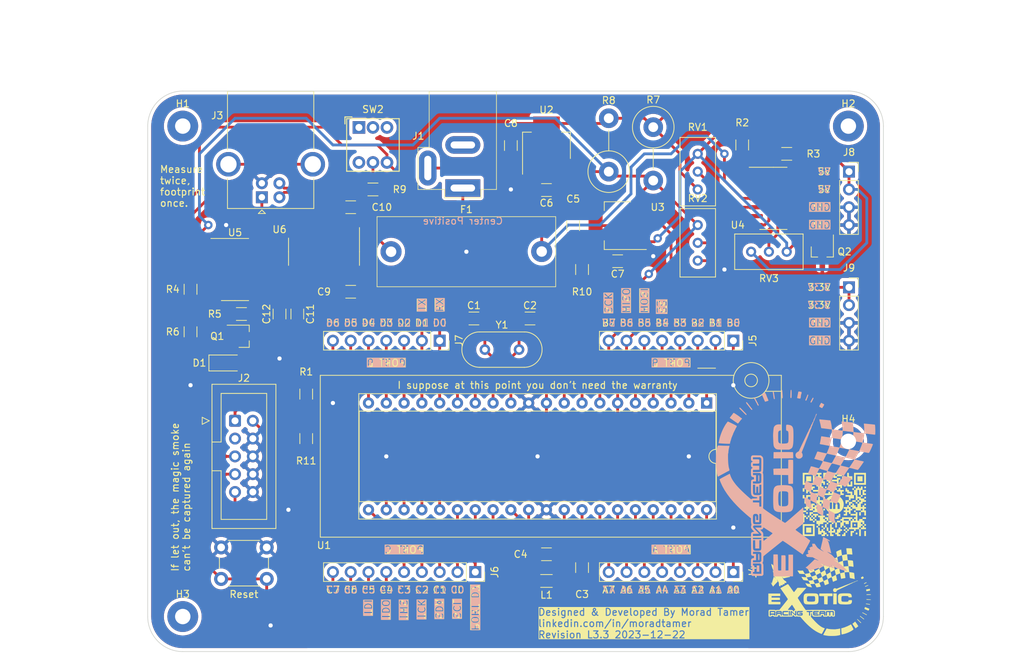
<source format=kicad_pcb>
(kicad_pcb (version 20221018) (generator pcbnew)
  (title_block (title "ATMEGA32A AVR Kit") (date "2023-12-22") (rev "L3.3") (company "Team Exotic") (comment 1 "Author: Morad Tamer"))
  (layers (0 "F.Cu" signal) (31 "B.Cu" signal) (34 "B.Paste" user) (35 "F.Paste" user) (36 "B.SilkS" user "B.Silkscreen") (37 "F.SilkS" user "F.Silkscreen") (38 "B.Mask" user) (39 "F.Mask" user) (44 "Edge.Cuts" user))
  (net 0 "")
  (net 1 "GND")
  (net 2 "Net-(U1-XTAL1)")
  (net 3 "Net-(U1-XTAL2)")
  (net 4 "Net-(U1-AREF)")
  (net 5 "Net-(U1-AVCC)")
  (net 6 "+5V_{OCP}")
  (net 7 "-V_{In}")
  (net 8 "+V_{In}")
  (net 9 "+3V3")
  (net 10 "Net-(U6-~{DTR})")
  (net 11 "/~{RESET}")
  (net 12 "Net-(U6-V3)")
  (net 13 "VBUS")
  (net 14 "Net-(D1-K)")
  (net 16 "/MOSI")
  (net 17 "+5V")
  (net 19 "/SCK")
  (net 20 "/MISO")
  (net 21 "/USB_D-")
  (net 22 "/USB_D+")
  (net 23 "unconnected-(J3-Shield-Pad5)")
  (net 24 "/PA0")
  (net 25 "/PA1")
  (net 26 "/PA2")
  (net 27 "/PA3")
  (net 28 "/PA4")
  (net 29 "/PA5")
  (net 30 "/PA6")
  (net 31 "/PA7")
  (net 32 "/PB0")
  (net 33 "/PB1")
  (net 34 "/PB2")
  (net 35 "/PB3")
  (net 36 "/~{SS}")
  (net 37 "/PC7")
  (net 38 "/PC6")
  (net 39 "/TDI")
  (net 40 "/TDO")
  (net 41 "/TMS")
  (net 42 "/TCK")
  (net 43 "/SDA")
  (net 44 "/SCL")
  (net 45 "/PD7")
  (net 46 "/RX <--")
  (net 47 "/TX -->")
  (net 48 "/PD2")
  (net 49 "/PD3")
  (net 50 "/PD4")
  (net 51 "/PD5")
  (net 52 "/PD6")
  (net 53 "Net-(Q1-G)")
  (net 54 "Net-(Q2-G)")
  (net 55 "Net-(U4B--)")
  (net 56 "Net-(U4A-+)")
  (net 57 "Net-(U4A--)")
  (net 58 "Net-(U4B-+)")
  (net 77 "Net-(U4D--)")
  (net 78 "Net-(U4D-+)")
  (net 82 "Net-(U5A--)")
  (net 86 "+5V_{NetTie}")
  (net 87 "Net-(R10-Pad1)")
  (net 88 "/Power Management Circuitry/V_{In} (Unfused)")
  (net 89 "Net-(SW2B-B)")
  (footprint "MountingHole:MountingHole_2.2mm_M2_Pad" (layer "F.Cu") (at 117 127)
    (fp_text reference "H3")
    (fp_text value "MountingHole")
  )
  (footprint "Capacitor_SMD:C_1206_3216Metric_Pad1.33x1.80mm_HandSolder" (layer "F.Cu") (at 140.97 80.645)
    (fp_text reference "C9")
    (fp_text value "100 nF")
  )
  (footprint "Capacitor_SMD:C_1206_3216Metric_Pad1.33x1.80mm_HandSolder" (layer "F.Cu") (at 172.72 71.205 -90)
    (fp_text reference "C5")
    (fp_text value "10 µF")
  )
  (footprint "Package_TO_SOT_SMD:SOT-23_Handsoldering" (layer "F.Cu") (at 208.28 74.93 -90)
    (fp_text reference "Q2")
    (fp_text value "SI2302")
  )
  (footprint "M's Library:Fuseholder_with_Cover_5x20mm_Horizontal" (layer "F.Cu") (at 157.48 74.93)
    (fp_text reference "F1")
    (fp_text value "Fuse")
  )
  (footprint "Resistor_SMD:R_1206_3216Metric_Pad1.30x1.75mm_HandSolder" (layer "F.Cu") (at 118.11 80.29 90)
    (fp_text reference "R4")
    (fp_text value "10 kΩ")
  )
  (footprint "Resistor_SMD:R_1206_3216Metric_Pad1.30x1.75mm_HandSolder" (layer "F.Cu") (at 203.2 60.96 180)
    (fp_text reference "R3")
    (fp_text value "330 kΩ")
  )
  (footprint "Capacitor_SMD:C_1206_3216Metric_Pad1.33x1.80mm_HandSolder" (layer "F.Cu") (at 133.35 83.82 -90)
    (fp_text reference "C11")
    (fp_text value "10 µF")
  )
  (footprint "Connector_PinSocket_2.54mm:PinSocket_1x09_P2.54mm_Vertical" (layer "F.Cu") (at 158.75 120.65 -90)
    (fp_text reference "J6")
    (fp_text value "Port C + D7")
  )
  (footprint "Package_TO_SOT_SMD:SOT-223-3_TabPin2" (layer "F.Cu") (at 179.07 71.205 180)
    (fp_text reference "U3")
    (fp_text value "AMS1117-3.3")
  )
  (footprint "Resistor_SMD:R_1206_3216Metric_Pad1.30x1.75mm_HandSolder" (layer "F.Cu") (at 125.375 83.82 180)
    (fp_text reference "R5")
    (fp_text value "10 kΩ")
  )
  (footprint "Package_SO:SOIC-14_3.9x8.7mm_P1.27mm" (layer "F.Cu") (at 124.46 77.47)
    (fp_text reference "U5")
    (fp_text value "LM339")
  )
  (footprint "Connector_PinSocket_2.54mm:PinSocket_1x08_P2.54mm_Vertical" (layer "F.Cu") (at 195.58 87.63 -90)
    (fp_text reference "J5")
    (fp_text value "Port B")
  )
  (footprint "Resistor_SMD:R_1206_3216Metric_Pad1.30x1.75mm_HandSolder" (layer "F.Cu") (at 144.145 66.04)
    (fp_text reference "R9")
    (fp_text value "0 Ω")
  )
  (footprint "MountingHole:MountingHole_2.2mm_M2_Pad" (layer "F.Cu") (at 212 102)
    (fp_text reference "H4")
    (fp_text value "MountingHole")
  )
  (footprint "LED_SMD:LED_1206_3216Metric_Pad1.42x1.75mm_HandSolder" (layer "F.Cu") (at 123.19 90.805)
    (fp_text reference "D1")
    (fp_text value "LED")
  )
  (footprint "Connector_PinSocket_2.54mm:PinSocket_1x04_P2.54mm_Vertical" (layer "F.Cu") (at 212.09 80.01)
    (fp_text reference "J9")
    (fp_text value "3.3 V Headers")
  )
  (footprint "Resistor_SMD:R_1206_3216Metric_Pad1.30x1.75mm_HandSolder" (layer "F.Cu") (at 134.62 95.25 90)
    (fp_text reference "R1")
    (fp_text value "10 kΩ")
  )
  (footprint "Potentiometer_THT:Potentiometer_Bourns_3296W_Vertical" (layer "F.Cu") (at 203.2 74.93)
    (fp_text reference "RV3")
    (fp_text value "10 kΩ")
  )
  (footprint "Potentiometer_THT:Potentiometer_Bourns_3296W_Vertical" (layer "F.Cu") (at 190.5 71.12 90)
    (fp_text reference "RV2")
    (fp_text value "10 kΩ")
  )
  (footprint "Resistor_SMD:R_1206_3216Metric_Pad1.30x1.75mm_HandSolder" (layer "F.Cu") (at 196.85 59.69 -90)
    (fp_text reference "R2")
    (fp_text value "10 kΩ")
  )
  (footprint "Capacitor_SMD:C_1206_3216Metric_Pad1.33x1.80mm_HandSolder" (layer "F.Cu") (at 166.5625 84.455)
    (fp_text reference "C2")
    (fp_text value "22 pF")
  )
  (footprint "Package_SO:SOIC-16_3.9x9.9mm_P1.27mm" (layer "F.Cu") (at 137.16 74.93 -90)
    (fp_text reference "U6")
    (fp_text value "CH340C")
  )
  (footprint "Package_TO_SOT_SMD:SOT-23_Handsoldering" (layer "F.Cu") (at 125.73 86.995)
    (fp_text reference "Q1")
    (fp_text value "AO3401A")
  )
  (footprint "Capacitor_SMD:C_1206_3216Metric_Pad1.33x1.80mm_HandSolder" (layer "F.Cu") (at 173.99 120.015 -90)
    (fp_text reference "C3")
    (fp_text value "100 nF")
  )
  (footprint "M's Library:USB_B_Connector_Horizontal" (layer "F.Cu") (at 128.29 67.1565 90)
    (fp_text reference "J3")
    (fp_text value "USB_B")
  )
  (footprint "Connector_PinSocket_2.54mm:PinSocket_1x07_P2.54mm_Vertical" (layer "F.Cu") (at 153.67 87.63 -90)
    (fp_text reference "J7")
    (fp_text value "Port D")
  )
  (footprint "Package_SO:SO-14_3.9x8.65mm_P1.27mm" (layer "F.Cu") (at 201.295 67.31)
    (fp_text reference "U4")
    (fp_text value "LM324")
  )
  (footprint "Capacitor_SMD:C_1206_3216Metric_Pad1.33x1.80mm_HandSolder" (layer "F.Cu") (at 140.97 68.58 180)
    (fp_text reference "C10")
    (fp_text value "100 nF")
  )
  (footprint "Capacitor_SMD:C_1206_3216Metric_Pad1.33x1.80mm_HandSolder" (layer "F.Cu") (at 163.83 59.775 -90)
    (fp_text reference "C8")
    (fp_text value "22 µF")
  )
  (footprint "M's Library:BarrelJack_Horizontal" (layer "F.Cu") (at 156.972 65.84 90)
    (fp_text reference "J1")
    (fp_text value "Barrel_Jack_Switch")
  )
  (footprint "Connector_PinSocket_2.54mm:PinSocket_1x04_P2.54mm_Vertical" (layer "F.Cu") (at 212.09 63.5)
    (fp_text reference "J8")
    (fp_text value "5V Headers")
  )
  (footprint "Connector_IDC:IDC-Header_2x05_P2.54mm_Vertical" (layer "F.Cu") (at 124.46 99.06)
    (fp_text reference "J2")
    (fp_text value "AVR-ISP-10")
  )
  (footprint "Resistor_SMD:R_1206_3216Metric_Pad1.30x1.75mm_HandSolder" (layer "F.Cu") (at 134.62 101.6 -90)
    (fp_text reference "R11")
    (fp_text value "0 Ω")
  )
  (footprint "Capacitor_SMD:C_1206_3216Metric_Pad1.33x1.80mm_HandSolder" (layer "F.Cu") (at 158.5575 84.455)
    (fp_text reference "C1")
    (fp_text value "22 pF")
  )
  (footprint "Capacitor_SMD:C_1206_3216Metric_Pad1.33x1.80mm_HandSolder" (layer "F.Cu") (at 168.91 66.125 180)
    (fp_text reference "C6")
    (fp_text value "10 µF")
  )
  (footprint "MountingHole:MountingHole_2.2mm_M2_Pad" (layer "F.Cu") (at 117 57)
    (fp_text reference "H1")
    (fp_text value "MountingHole")
  )
  (footprint "Capacitor_SMD:C_1206_3216Metric_Pad1.33x1.80mm_HandSolder" (layer "F.Cu") (at 130.81 83.82 90)
    (fp_text reference "C12")
    (fp_text value "100 nF")
  )
  (footprint "Resistor_SMD:R_1206_3216Metric_Pad1.30x1.75mm_HandSolder" (layer "F.Cu") (at 173.99 77.47 90)
    (fp_text reference "R10")
    (fp_text value "0 Ω")
  )
  (footprint "M's Library:SW_Push_DPDT_Toggle_7.0mm" (layer "F.Cu") (at 144.145 59.69)
    (fp_text reference "SW2")
    (fp_text value "SW_DPDT_x2")
  )
  (footprint "Connector_PinSocket_2.54mm:PinSocket_1x08_P2.54mm_Vertical" (layer "F.Cu") (at 195.58 120.65 -90)
    (fp_text reference "J4")
    (fp_text value "Port A")
  )
  (footprint "M's Library:TeamExotic_Logo_H22mm" (layer "F.Cu") (at 207.01 123.825)
    (fp_text reference "G***" hide)
    (fp_text value "LOGO" hide)
  )
  (footprint "M's Library:ZIF_Socket_40_Circular_Pads" (layer "F.Cu") (at 167.64 104.14 -90)
    (fp_text reference "U1")
    (fp_text value "ATmega32A-P")
  )
  (footprint "Resistor_SMD:R_1206_3216Metric_Pad1.30x1.75mm_HandSolder" (layer "F.Cu") (at 118.11 86.36 90)
    (fp_text reference "R6")
    (fp_text value "1 kΩ")
  )
  (footprint "M's Library:Crystal_HC49-4H_Vertical_Centered" (layer "F.Cu") (at 162.56 88.9)
    (fp_text reference "Y1")
    (fp_text value "16 MHz")
  )
  (footprint "Capacitor_SMD:C_1206_3216Metric_Pad1.33x1.80mm_HandSolder" (layer "F.Cu") (at 179.07 76.285)
    (fp_text reference "C7")
    (fp_text value "22 µF")
  )
  (footprint "Inductor_SMD:L_1206_3216Metric_Pad1.22x1.90mm_HandSolder" (layer "F.Cu") (at 168.91 121.92)
    (fp_text reference "L1")
    (fp_text value "10 µH")
  )
  (footprint "LOGO" (layer "F.Cu") (at 210 111)
    (fp_text reference "G***" hide)
    (fp_text value "LOGO" hide)
  )
  (footprint "Package_TO_SOT_SMD:SOT-223-3_TabPin2" (layer "F.Cu") (at 168.91 59.775 90)
    (fp_text reference "U2")
    (fp_text value "AMS1117-5.0")
  )
  (footprint "Potentiometer_THT:Potentiometer_Bourns_3296W_Vertical" (layer "F.Cu") (at 190.5 60.96 90)
    (fp_text reference "RV1")
    (fp_text value "10 kΩ")
  )
  (footprint "MountingHole:MountingHole_2.2mm_M2_Pad" (layer "F.Cu") (at 212 57)
    (fp_text reference "H2")
    (fp_text value "MountingHole")
  )
  (footprint "Button_Switch_THT:SW_PUSH_6mm_H4.3mm" (layer "F.Cu") (at 128.98 121.63 180)
    (fp_text reference "SW1" hide)
    (fp_text value "SW_Push")
  )
  (footprint "Capacitor_SMD:C_1206_3216Metric_Pad1.33x1.80mm_HandSolder" (layer "F.Cu") (at 168.91 118.11 180)
    (fp_text reference "C4")
    (fp_text value "100 nF")
  )
  (footprint "Resistor_THT:R_Axial_DIN0614_L14.3mm_D5.7mm_P7.62mm_Vertical" (layer "F.Cu") (at 184.15 57.15 -90)
    (fp_text reference "R7")
    (fp_text value "0.22 Ω")
  )
  (footprint "Resistor_THT:R_Axial_DIN0614_L14.3mm_D5.7mm_P7.62mm_Vertical" (layer "F.Cu") (at 177.8 63.5 90)
    (fp_text reference "R8")
    (fp_text value "0.22 Ω")
  )
  (footprint "M's Library:TeamExotic_Logo_H40mm" (layer "B.Cu") (at 203.899074 109.570592 90)
    (fp_text reference "G***" hide)
    (fp_text value "LOGO" hide)
  )
  (gr_arc (start 217 127) (mid 215.535534 130.535534) (end 212 132) (stroke (width 0.1)) (layer "Edge.Cuts"))
  (gr_line (start 112 57) (end 112 127) (stroke (width 0.1)) (layer "Edge.Cuts"))
  (gr_line (start 117 132) (end 212 132) (stroke (width 0.1)) (layer "Edge.Cuts"))
  (gr_arc (start 112 57) (mid 113.464466 53.464466) (end 117 52) (stroke (width 0.1)) (layer "Edge.Cuts"))
  (gr_arc (start 212 52) (mid 215.535534 53.464466) (end 217 57) (stroke (width 0.1)) (layer "Edge.Cuts"))
  (gr_line (start 217 127) (end 217 57) (stroke (width 0.1)) (layer "Edge.Cuts"))
  (gr_line (start 212 52) (end 117 52) (stroke (width 0.1)) (layer "Edge.Cuts"))
  (gr_arc (start 117 132) (mid 113.464466 130.535534) (end 112 127) (stroke (width 0.1)) (layer "Edge.Cuts"))
  (gr_text "A2" (at 190.5 123.19) (layer "B.SilkS") (effects (font (size 1 1)) (justify mirror)))
  (gr_text "TCK" (at 151.003 124.46 -90) (layer "B.SilkS" knockout) (effects (font (size 1 1)) (justify right mirror)))
  (gr_text "A3" (at 187.96 123.19) (layer "B.SilkS") (effects (font (size 1 1)) (justify mirror)))
  (gr_text "GND" (at 209.55 87.63) (layer "B.SilkS" knockout) (effects (font (size 1 1)) (justify left mirror)))
  (gr_text "TMS" (at 148.463 124.46 -90) (layer "B.SilkS" knockout) (effects (font (size 1 1)) (justify right mirror)))
  (gr_text "SCL" (at 156.083 124.46 -90) (layer "B.SilkS" knockout) (effects (font (size 1 1)) (justify right mirror)))
  (gr_text "PORT D7" (at 158.75 125.73 -90) (layer "B.SilkS" knockout) (effects (font (size 1 1)) (justify mirror)))
  (gr_text "B3" (at 187.96 85.09) (layer "B.SilkS") (effects (font (size 1 1)) (justify mirror)))
  (gr_text "D5" (at 140.97 85.09) (layer "B.SilkS") (effects (font (size 1 1)) (justify mirror)))
  (gr_text "D0" (at 153.67 85.09) (layer "B.SilkS") (effects (font (size 1 1)) (justify mirror)))
  (gr_text "B1" (at 193.04 85.09) (layer "B.SilkS") (effects (font (size 1 1)) (justify mirror)))
  (gr_text "PORT C" (at 148.59 117.475) (layer "B.SilkS" knockout) (effects (font (size 1 1)) (justify mirror)))
  (gr_text "C4" (at 146.05 123.19) (layer "B.SilkS") (effects (font (size 1 1)) (justify mirror)))
  (gr_text "C6" (at 140.97 123.19) (layer "B.SilkS") (effects (font (size 1 1)) (justify mirror)))
  (gr_text "SCK" (at 177.673 83.82 -90) (layer "B.SilkS" knockout) (effects (font (size 1 1)) (justify left mirror)))
  (gr_text "PORT B" (at 186.69 90.805) (layer "B.SilkS" knockout) (effects (font (size 1 1)) (justify mirror)))
  (gr_text "C2" (at 151.13 123.19) (layer "B.SilkS") (effects (font (size 1 1)) (justify mirror)))
  (gr_text "C1" (at 153.67 123.19) (layer "B.SilkS") (effects (font (size 1 1)) (justify mirror)))
  (gr_text "C3" (at 148.59 123.19) (layer "B.SilkS") (effects (font (size 1 1)) (justify mirror)))
  (gr_text "A4" (at 185.42 123.19) (layer "B.SilkS") (effects (font (size 1 1)) (justify mirror)))
  (gr_text "D3" (at 146.05 85.09) (layer "B.SilkS") (effects (font (size 1 1)) (justify mirror)))
  (gr_text "PORT D" (at 146.05 90.805) (layer "B.SilkS" knockout) (effects (font (size 1 1)) (justify mirror)))
  (gr_text "A7" (at 177.8 123.19) (layer "B.SilkS") (effects (font (size 1 1)) (justify mirror)))
  (gr_text "D6" (at 138.43 85.09) (layer "B.SilkS") (effects (font (size 1 1)) (justify mirror)))
  (gr_text "3.3V" (at 209.55 82.55) (layer "B.SilkS") (effects (font (size 1 1)) (justify left mirror)))
  (gr_text "B2" (at 190.5 85.09) (layer "B.SilkS") (effects (font (size 1 1)) (justify mirror)))
  (gr_text "TDO" (at 145.923 124.46 -90) (layer "B.SilkS" knockout) (effects (font (size 1 1)) (justify right mirror)))
  (gr_text "D1" (at 151.13 85.09) (layer "B.SilkS") (effects (font (size 1 1)) (justify mirror)))
  (gr_text "B7" (at 177.8 85.09) (layer "B.SilkS") (effects (font (size 1 1)) (justify mirror)))
  (gr_text "A1" (at 193.04 123.19) (layer "B.SilkS") (effects (font (size 1 1)) (justify mirror)))
  (gr_text "5V" (at 209.55 66.04) (layer "B.SilkS") (effects (font (size 1 1)) (justify left mirror)))
  (gr_text "D4" (at 143.51 85.09) (layer "B.SilkS") (effects (font (size 1 1)) (justify mirror)))
  (gr_text "TDI" (at 143.383 124.46 -90) (layer "B.SilkS" knockout) (effects (font (size 1 1)) (justify right mirror)))
  (gr_text "MISO" (at 180.213 83.82 -90) (layer "B.SilkS" knockout) (effects (font (size 1 1)) (justify left mirror)))
  (gr_text "B5" (at 182.88 85.09) (layer "B.SilkS") (effects (font (size 1 1)) (justify mirror)))
  (gr_text "A6" (at 180.34 123.19) (layer "B.SilkS") (effects (font (size 1 1)) (justify mirror)))
  (gr_text "~{SS}" (at 185.166 83.82 -90) (layer "B.SilkS" knockout) (effects (font (size 1 1)) (justify left mirror)))
  (gr_text "RX" (at 153.67 82.55 -90) (layer "B.SilkS" knockout) (effects (font (size 1 1)) (justify mirror)))
  (gr_text "TX" (at 151.13 82.5246 -90) (layer "B.SilkS" knockout) (effects (font (size 1 1)) (justify mirror)))
  (gr_text "B4" (at 185.42 85.09) (layer "B.SilkS") (effects (font (size 1 1)) (justify mirror)))
  (gr_text "A5" (at 182.88 123.19) (layer "B.SilkS") (effects (font (size 1 1)) (justify mirror)))
  (gr_text "B0" (at 195.58 85.09) (layer "B.SilkS") (effects (font (size 1 1)) (justify mirror)))
  (gr_text "5V" (at 209.55 63.5) (layer "B.SilkS") (effects (font (size 1 1)) (justify left mirror)))
  (gr_text "3.3V" (at 209.55 80.01) (layer "B.SilkS") (effects (font (size 1 1)) (justify left mirror)))
  (gr_text "B6" (at 180.34 85.09) (layer "B.SilkS") (effects (font (size 1 1)) (justify mirror)))
  (gr_text "Center Positive" (at 156.972 71.12) (layer "B.SilkS") (effects (font (size 1 1)) (justify bottom mirror)))
  (gr_text "D2" (at 148.59 85.09) (layer "B.SilkS") (effects (font (size 1 1)) (justify mirror)))
  (gr_text "C0" (at 156.21 123.19) (layer "B.SilkS") (effects (font (size 1 1)) (justify mirror)))
  (gr_text "PORT A" (at 186.69 117.475) (layer "B.SilkS" knockout) (effects (font (size 1 1)) (justify mirror)))
  (gr_text "GND" (at 209.55 68.58) (layer "B.SilkS" knockout) (effects (font (size 1 1)) (justify left mirror)))
  (gr_text "MOSI" (at 182.88 83.82 -90) (layer "B.SilkS" knockout) (effects (font (size 1 1)) (justify left mirror)))
  (gr_text "A0" (at 195.58 123.19) (layer "B.SilkS") (effects (font (size 1 1)) (justify mirror)))
  (gr_text "GND" (at 209.55 85.09) (layer "B.SilkS" knockout) (effects (font (size 1 1)) (justify left mirror)))
  (gr_text "C7" (at 138.43 123.19) (layer "B.SilkS") (effects (font (size 1 1)) (justify mirror)))
  (gr_text "SDA" (at 153.543 124.46 -90) (layer "B.SilkS" knockout) (effects (font (size 1 1)) (justify right mirror)))
  (gr_text "C5" (at 143.51 123.19) (layer "B.SilkS") (effects (font (size 1 1)) (justify mirror)))
  (gr_text "GND" (at 209.55 71.12) (layer "B.SilkS" knockout) (effects (font (size 1 1)) (justify left mirror)))
  (gr_text "PORT D7" (at 158.75 125.73 90) (layer "F.SilkS" knockout) (effects (font (size 1 1))))
  (gr_text "TCK" (at 151.13 124.46 90) (layer "F.SilkS" knockout) (effects (font (size 1 1)) (justify right)))
  (gr_text "If let out, the magic smoke\ncan't be captured again" (at 118.11 120.65 90) (layer "F.SilkS") (effects (font (size 1 1)) (justify left bottom)))
  (gr_text "B7" (at 177.8 85.09) (layer "F.SilkS") (effects (font (size 1 1))))
  (gr_text "5V" (at 209.55 63.5) (layer "F.SilkS") (effects (font (size 1 1)) (justify right)))
  (gr_text "GND" (at 209.55 87.63) (layer "F.SilkS" knockout) (effects (font (size 1 1)) (justify right)))
  (gr_text "A5" (at 182.88 123.19) (layer "F.SilkS") (effects (font (size 1 1))))
  (gr_text "TMS" (at 148.59 124.46 90) (layer "F.SilkS" knockout) (effects (font (size 1 1)) (justify right)))
  (gr_text "C4" (at 146.05 123.19) (layer "F.SilkS") (effects (font (size 1 1))))
  (gr_text "I suppose at this point you don't need the warranty" (at 167.64 93.98) (layer "F.SilkS") (effects (font (size 1 1))))
  (gr_text "B2" (at 190.5 85.09) (layer "F.SilkS") (effects (font (size 1 1))))
  (gr_text "B6" (at 180.34 85.09) (layer "F.SilkS") (effects (font (size 1 1))))
  (gr_text "C5" (at 143.51 123.19) (layer "F.SilkS") (effects (font (size 1 1))))
  (gr_text "RX" (at 153.67 82.550001 90) (layer "F.SilkS" knockout) (effects (font (size 1 1))))
  (gr_text "Designed & Developed By Morad Tamer\nlinkedin.com/in/moradtamer\nRevision ${REVISION} ${ISSUE_DATE}" (at 167.64 130.175) (layer "F.SilkS" knockout) (effects (font (size 1 1)) (justify left bottom)))
  (gr_text "SCL" (at 156.21 124.46 90) (layer "F.SilkS" knockout) (effects (font (size 1 1)) (justify right)))
  (gr_text "D5" (at 140.97 85.09) (layer "F.SilkS") (effects (font (size 1 1))))
  (gr_text "A3" (at 187.96 123.19) (layer "F.SilkS") (effects (font (size 1 1))))
  (gr_text "PORT B" (at 186.69 90.805) (layer "F.SilkS" knockout) (effects (font (size 1 1))))
  (gr_text "C6" (at 140.97 123.19) (layer "F.SilkS") (effects (font (size 1 1))))
  (gr_text "C0" (at 156.21 123.19) (layer "F.SilkS") (effects (font (size 1 1))))
  (gr_text "3.3V" (at 209.55 82.55) (layer "F.SilkS") (effects (font (size 1 1)) (justify right)))
  (gr_text "D6" (at 138.43 85.09) (layer "F.SilkS") (effects (font (size 1 1))))
  (gr_text "C7" (at 138.43 123.19) (layer "F.SilkS") (effects (font (size 1 1))))
  (gr_text "A4" (at 185.42 123.19) (layer "F.SilkS") (effects (font (size 1 1))))
  (gr_text "A2" (at 190.5 123.19) (layer "F.SilkS") (effects (font (size 1 1))))
  (gr_text "B4" (at 185.42 85.09) (layer "F.SilkS") (effects (font (size 1 1))))
  (gr_text "Measure\ntwice,\nfootprint\nonce." (at 113.665 68.58) (layer "F.SilkS") (effects (font (size 1 1)) (justify left bottom)))
  (gr_text "D2" (at 148.59 85.09) (layer "F.SilkS") (effects (font (size 1 1))))
  (gr_text "3.3V" (at 209.55 80.01) (layer "F.SilkS") (effects (font (size 1 1)) (justify right)))
  (gr_text "5V" (at 209.55 66.04) (layer "F.SilkS") (effects (font (size 1 1)) (justify right)))
  (gr_text "A1" (at 193.04 123.19) (layer "F.SilkS") (effects (font (size 1 1))))
  (gr_text "A6" (at 180.34 123.19) (layer "F.SilkS") (effects (font (size 1 1))))
  (gr_text "B1" (at 193.04 85.09) (layer "F.SilkS") (effects (font (size 1 1))))
  (gr_text "A0" (at 195.58 123.19) (layer "F.SilkS") (effects (font (size 1 1))))
  (gr_text "C1" (at 153.67 123.19) (layer "F.SilkS") (effects (font (size 1 1))))
  (gr_text "SCK" (at 177.8 83.82 90) (layer "F.SilkS" knockout) (effects (font (size 1 1)) (justify left)))
  (gr_text "D1" (at 151.13 85.09) (layer "F.SilkS") (effects (font (size 1 1))))
  (gr_text "~{SS}" (at 185.547 83.82 90) (layer "F.SilkS" knockout) (effects (font (size 1 1)) (justify left)))
  (gr_text "B3" (at 187.96 85.09) (layer "F.SilkS") (effects (font (size 1 1))))
  (gr_text "A7" (at 177.8 123.19) (layer "F.SilkS") (effects (font (size 1 1))))
  (gr_text "PORT D" (at 146.05 90.805) (layer "F.SilkS" knockout) (effects (font (size 1 1))))
  (gr_text "D3" (at 146.05 85.09) (layer "F.SilkS") (effects (font (size 1 1))))
  (gr_text "GND" (at 209.55 85.09) (layer "F.SilkS" knockout) (effects (font (size 1 1)) (justify right)))
  (gr_text "GND" (at 209.55 68.58) (layer "F.SilkS" knockout) (effects (font (size 1 1)) (justify right)))
  (gr_text "B0" (at 195.58 85.09) (layer "F.SilkS") (effects (font (size 1 1))))
  (gr_text "TDO" (at 146.05 124.46 90) (layer "F.SilkS" knockout) (effects (font (size 1 1)) (justify right)))
  (gr_text "MOSI" (at 182.88 83.82 90) (layer "F.SilkS" knockout) (effects (font (size 1 1)) (justify left)))
  (gr_text "SDA" (at 153.67 124.46 90) (layer "F.SilkS" knockout) (effects (font (size 1 1)) (justify right)))
  (gr_text "MISO" (at 180.34 83.82 90) (layer "F.SilkS" knockout) (effects (font (size 1 1)) (justify left)))
  (gr_text "C2" (at 151.13 123.19) (layer "F.SilkS") (effects (font (size 1 1))))
  (gr_text "D4" (at 143.51 85.09) (layer "F.SilkS") (effects (font (size 1 1))))
  (gr_text "TDI" (at 143.51 124.46 90) (layer "F.SilkS" knockout) (effects (font (size 1 1)) (justify right)))
  (gr_text "PORT C" (at 148.59 117.475) (layer "F.SilkS" knockout) (effects (font (size 1 1))))
  (gr_text "PORT A" (at 186.69 117.475) (layer "F.SilkS" knockout) (effects (font (size 1 1))))
  (gr_text "D0" (at 153.67 85.09) (layer "F.SilkS") (effects (font (size 1 1))))
  (gr_text "GND" (at 209.55 71.12) (layer "F.SilkS" knockout) (effects (font (size 1 1)) (justify right)))
  (gr_text "B5" (at 182.88 85.09) (layer "F.SilkS") (effects (font (size 1 1))))
  (gr_text "C3" (at 148.59 123.19) (layer "F.SilkS") (effects (font (size 1 1))))
  (gr_text "TX" (at 151.13 82.5246 90) (layer "F.SilkS" knockout) (effects (font (size 1 1))))
  (via (at 132.08 111.76) (size 1.2) (drill 0.6) (layers "F.Cu" "B.Cu") (net 1))
  (via (at 195.58 114.3) (size 1.2) (drill 0.6) (layers "F.Cu" "B.Cu") (net 1))
  (via (at 157.48 74.93) (size 1.2) (drill 0.6) (layers "F.Cu" "B.Cu") (net 1))
  (via (at 123.19 71.12) (size 1.2) (drill 0.6) (layers "F.Cu" "B.Cu") (net 1))
  (via (at 195.58 93.98) (size 1.2) (drill 0.6) (layers "F.Cu" "B.Cu") (net 1))
  (via (at 194.31 77.47) (size 1.2) (drill 0.6) (layers "F.Cu" "B.Cu") (net 1))
  (via (at 146.05 104.14) (size 1.2) (drill 0.6) (layers "F.Cu" "B.Cu") (net 1))
  (via (at 130.81 90.17) (size 1.2) (drill 0.6) (layers "F.Cu" "B.Cu") (net 1))
  (via (at 129.54 128.27) (size 1.2) (drill 0.6) (layers "F.Cu" "B.Cu") (net 1))
  (via (at 189.23 104.14) (size 1.2) (drill 0.6) (layers "F.Cu" "B.Cu") (net 1))
  (via (at 184.15 75.565) (size 1.2) (drill 0.6) (layers "F.Cu" "B.Cu") (net 1))
  (via (at 167.64 104.14) (size 1.2) (drill 0.6) (layers "F.Cu" "B.Cu") (net 1))
  (via (at 138.43 96.52) (size 1.2) (drill 0.6) (layers "F.Cu" "B.Cu") (net 1))
  (via (at 118.11 93.98) (size 1.2) (drill 0.6) (layers "F.Cu" "B.Cu") (net 1))
  (via (at 163.83 66.04) (size 1.2) (drill 0.6) (layers "F.Cu" "B.Cu") (net 1))
  (segment (start 161.29 90.07) (end 161.29 96.52) (width 0.4) (layer "F.Cu") (net 2))
  (segment (start 160.12 88.9) (end 161.29 90.07) (width 0.4) (layer "F.Cu") (net 2))
  (segment (start 160.12 84.455) (end 160.12 88.9) (width 0.4) (layer "F.Cu") (net 2))
  (segment (start 163.83 96.52) (end 163.83 90.07) (width 0.4) (layer "F.Cu") (net 3))
  (segment (start 163.83 90.07) (end 165 88.9) (width 0.4) (layer "F.Cu") (net 3))
  (segment (start 165 84.455) (end 165 88.9) (width 0.4) (layer "F.Cu") (net 3))
  (segment (start 173.99 118.4525) (end 173.99 116.84) (width 0.4) (layer "F.Cu") (net 4))
  (segment (start 173.99 116.84) (end 171.45 114.3) (width 0.4) (layer "F.Cu") (net 4))
  (segment (start 171.45 114.3) (end 171.45 111.76) (width 0.4) (layer "F.Cu") (net 4))
  (segment (start 166.37 115.57) (end 166.37 111.76) (width 0.4) (layer "F.Cu") (net 5))
  (segment (start 167.3475 116.5475) (end 166.37 115.57) (width 0.4) (layer "F.Cu") (net 5))
  (segment (start 167.3475 118.11) (end 167.3475 116.5475) (width 0.4) (layer "F.Cu") (net 5))
  (segment (start 167.3475 121.82) (end 167.3475 118.11) (width 0.4) (layer "F.Cu") (net 5))
  (segment (start 163.83 57.235) (end 164.44 56.625) (width 0.4) (layer "F.Cu") (net 6))
  (segment (start 212.09 63.5) (end 212.09 66.04) (width 0.4) (layer "F.Cu") (net 6))
  (segment (start 163.83 58.2125) (end 163.83 57.235) (width 0.4) (layer "F.Cu") (net 6))
  (segment (start 187.96 63.5) (end 187.96 60.96) (width 0.4) (layer "F.Cu") (net 6))
  (segment (start 187.96 60.96) (end 184.15 57.15) (width 0.4) (layer "F.Cu") (net 6))
  (segment (start 177.055 56.625) (end 177.8 55.88) (width 0.4) (layer "F.Cu") (net 6))
  (segment (start 190.5 66.04) (end 187.96 63.5) (width 0.4) (layer "F.Cu") (net 6))
  (segment (start 184.15 57.15) (end 186.69 54.61) (width 0.4) (layer "F.Cu") (net 6))
  (segment (start 168.91 56.625) (end 168.91 62.925) (width 0.4) (layer "F.Cu") (net 6))
  (segment (start 184.15 57.15) (end 182.88 55.88) (width 0.4) (layer "F.Cu") (net 6))
  (segment (start 182.88 55.88) (end 177.8 55.88) (width 0.4) (layer "F.Cu") (net 6))
  (segment (start 164.44 56.625) (end 168.91 56.625) (width 0.4) (layer "F.Cu") (net 6))
  (segment (start 186.69 54.61) (end 203.2 54.61) (width 0.4) (layer "F.Cu") (net 6))
  (segment (start 168.91 56.625) (end 177.055 56.625) (width 0.4) (layer "F.Cu") (net 6))
  (segment (start 203.2 54.61) (end 212.09 63.5) (width 0.4) (layer "F.Cu") (net 6))
  (segment (start 214.63 67.31) (end 213.36 66.04) (width 0.4) (layer "B.Cu") (net 6))
  (segment (start 213.36 66.04) (end 212.09 66.04) (width 0.4) (layer "B.Cu") (net 6))
  (segment (start 210.82 77.47) (end 214.63 73.66) (width 0.4) (layer "B.Cu") (net 6))
  (segment (start 214.63 73.66) (end 214.63 67.31) (width 0.4) (layer "B.Cu") (net 6))
  (segment (start 198.12 74.93) (end 200.66 77.47) (width 0.4) (layer "B.Cu") (net 6))
  (segment (start 200.66 77.47) (end 210.82 77.47) (width 0.4) (layer "B.Cu") (net 6))
  (segment (start 203.77 67.31) (end 205.74 67.31) (width 0.4) (layer "F.Cu") (net 7))
  (segment (start 184.305 73.505) (end 182.22 73.505) (width 0.4) (layer "F.Cu") (net 7))
  (segment (start 184.785 73.025) (end 184.305 73.505) (width 0.4) (layer "F.Cu") (net 7))
  (segment (start 163.83 62.315) (end 164.44 62.925) (width 0.4) (layer "F.Cu") (net 7))
  (segment (start 166.61 62.925) (end 166.61 64.46) (width 0.4) (layer "F.Cu") (net 7))
  (segment (start 181.61 76.285) (end 180.6325 76.285) (width 0.4) (layer "F.Cu") (net 7))
  (segment (start 166.37 78.74) (end 170.18 78.74) (width 0.4) (layer "F.Cu") (net 7))
  (segment (start 171.45 77.47) (end 175.26 77.47) (width 0.4) (layer "F.Cu") (net 7))
  (segment (start 163.83 71.12) (end 163.83 76.2) (width 0.4) (layer "F.Cu") (net 7))
  (segment (start 175.98 78.19) (end 179.705 78.19) (width 0.4) (layer "F.Cu") (net 7))
  (segment (start 167.3475 66.125) (end 167.3475 67.6025) (width 0.4) (layer "F.Cu") (net 7))
  (segment (start 182.22 73.505) (end 182.22 75.675) (width 0.4) (layer "F.Cu") (net 7))
  (segment (start 179.705 78.19) (end 180.6325 77.2625) (width 0.4) (layer "F.Cu") (net 7))
  (segment (start 170.18 78.74) (end 171.45 77.47) (width 0.4) (layer "F.Cu") (net 7))
  (segment (start 203.2 74.93) (end 204.7 73.43) (width 0.4) (layer "F.Cu") (net 7))
  (segment (start 163.155 62.99) (end 163.83 62.315) (width 0.4) (layer "F.Cu") (net 7))
  (segment (start 163.83 61.3375) (end 163.83 62.315) (width 0.4) (layer "F.Cu") (net 7))
  (segment (start 167.3475 65.1975) (end 167.3475 66.125) (width 0.4) (layer "F.Cu") (net 7))
  (segment (start 167.3475 67.6025) (end 163.83 71.12) (width 0.4) (layer "F.Cu") (net 7))
  (segment (start 151.972 62.99) (end 163.155 62.99) (width 0.4) (layer "F.Cu") (net 7))
  (segment (start 171.45 75.565) (end 171.45 77.47) (width 0.4) (layer "F.Cu") (net 7))
  (segment (start 175.26 77.47) (end 175.98 78.19) (width 0.4) (layer "F.Cu") (net 7))
  (segment (start 180.6325 77.2625) (end 180.6325 76.285) (width 0.4) (layer "F.Cu") (net 7))
  (segment (start 166.61 64.46) (end 167.3475 65.1975) (width 0.4) (layer "F.Cu") (net 7))
  (segment (start 164.44 62.925) (end 166.61 62.925) (width 0.4) (layer "F.Cu") (net 7))
  (segment (start 163.83 76.2) (end 166.37 78.74) (width 0.4) (layer "F.Cu") (net 7))
  (segment (start 172.72 72.7675) (end 172.72 74.295) (width 0.4) (layer "F.Cu") (net 7))
  (segment (start 172.72 74.295) (end 171.45 75.565) (width 0.4) (layer "F.Cu") (net 7))
  (segment (start 193.32 58.14) (end 190.5 60.96) (width 0.4) (layer "F.Cu") (net 7))
  (segment (start 182.22 75.675) (end 181.61 76.285) (width 0.4) (layer "F.Cu") (net 7))
  (segment (start 205.74 67.31) (end 207.33 68.9) (width 0.4) (layer "F.Cu") (net 7))
  (segment (start 204.7 73.43) (end 207.33 73.43) (width 0.4) (layer "F.Cu") (net 7))
  (segment (start 207.33 68.9) (end 207.33 73.43) (width 0.4) (layer "F.Cu") (net 7))
  (segment (start 196.85 58.14) (end 193.32 58.14) (width 0.4) (layer "F.Cu") (net 7))
  (via (at 184.785 73.025) (size 1.2) (drill 0.6) (layers "F.Cu" "B.Cu") (net 7))
  (segment (start 203.2 74.93) (end 203.2 73.66) (width 0.4) (layer "B.Cu") (net 7))
  (segment (start 187.96 69.85) (end 187.96 63.5) (width 0.4) (layer "B.Cu") (net 7))
  (segment (start 187.96 63.5) (end 190.5 60.96) (width 0.4) (layer "B.Cu") (net 7))
  (segment (start 184.785 73.025) (end 187.96 69.85) (width 0.4) (layer "B.Cu") (net 7))
  (segment (start 203.2 73.66) (end 190.5 60.96) (width 0.4) (layer "B.Cu") (net 7))
  (segment (start 168.23 70.53) (end 170.4725 68.2875) (width 0.4) (layer "F.Cu") (net 8))
  (segment (start 194.31 60.96) (end 194.31 64.77) (width 0.4) (layer "F.Cu") (net 8))
  (segment (start 194.31 64.77) (end 196.85 67.31) (width 0.4) (layer "F.Cu") (net 8))
  (segment (start 171.21 64.46) (end 171.21 62.925) (width 0.4) (layer "F.Cu") (net 8))
  (segment (start 168.23 74.9) (end 168.23 70.53) (width 0.4) (layer "F.Cu") (net 8))
  (segment (start 170.4725 66.125) (end 170.4725 65.1975) (width 0.4) (layer "F.Cu") (net 8))
  (segment (start 170.4725 68.2875) (end 170.4725 66.125) (width 0.4) (layer "F.Cu") (net 8))
  (segment (start 170.4725 65.1975) (end 171.21 64.46) (width 0.4) (layer "F.Cu") (net 8))
  (segment (start 196.85 67.31) (end 198.82 67.31) (width 0.4) (layer "F.Cu") (net 8))
  (via (at 194.31 60.96) (size 1.2) (drill 0.6) (layers "F.Cu" "B.Cu") (net 8))
  (segment (start 189.23 58.42) (end 191.77 58.42) (width 0.4) (layer "B.Cu") (net 8))
  (segment (start 180.975 66.675) (end 180.975 62.865) (width 0.4) (layer "B.Cu") (net 8))
  (segment (start 172.01 71.12) (end 176.53 71.12) (width 0.4) (layer "B.Cu") (net 8))
  (segment (start 180.975 62.865) (end 182.88 60.96) (width 0.4) (layer "B.Cu") (net 8))
  (segment (start 191.77 58.42) (end 194.31 60.96) (width 0.4) (layer "B.Cu") (net 8))
  (segment (start 182.88 60.96) (end 186.69 60.96) (width 0.4) (layer "B.Cu") (net 8))
  (segment (start 186.69 60.96) (end 189.23 58.42) (width 0.4) (layer "B.Cu") (net 8))
  (segment (start 176.53 71.12) (end 180.975 66.675) (width 0.4) (layer "B.Cu") (net 8))
  (segment (start 168.23 74.9) (end 172.01 71.12) (width 0.4) (layer "B.Cu") (net 8))
  (segment (start 185.505 71.205) (end 186.69 72.39) (width 0.4) (layer "F.Cu") (net 9))
  (segment (start 182.22 71.205) (end 185.505 71.205) (width 0.4) (layer "F.Cu") (net 9))
  (segment (start 190.5 80.01) (end 212.09 80.01) (width 0.4) (layer "F.Cu") (net 9))
  (segment (start 186.69 76.2) (end 190.5 80.01) (width 0.4) (layer "F.Cu") (net 9))
  (segment (start 182.22 71.205) (end 175.92 71.205) (width 0.4) (layer "F.Cu") (net 9))
  (segment (start 173.99 75.92) (end 175.675 75.92) (width 0.4) (layer "F.Cu") (net 9))
  (segment (start 175.675 75.92) (end 175.92 75.675) (width 0.4) (layer "F.Cu") (net 9))
  (segment (start 176.53 76.285) (end 175.92 75.675) (width 0.4) (layer "F.Cu") (net 9))
  (segment (start 212.09 80.01) (end 212.09 82.55) (width 0.4) (layer "F.Cu") (net 9))
  (segment (start 186.69 72.39) (end 186.69 76.2) (width 0.4) (layer "F.Cu") (net 9))
  (segment (start 177.5075 76.285) (end 176.53 76.285) (width 0.4) (layer "F.Cu") (net 9))
  (segment (start 175.92 75.675) (end 175.92 71.205) (width 0.4) (layer "F.Cu") (net 9))
  (segment (start 138.43 80.645) (end 137.795 80.01) (width 0.4) (layer "F.Cu") (net 10))
  (segment (start 137.795 80.01) (end 137.795 77.405) (width 0.4) (layer "F.Cu") (net 10))
  (segment (start 139.4075 80.645) (end 138.43 80.645) (width 0.4) (layer "F.Cu") (net 10))
  (segment (start 128.98 124.17) (end 128.98 121.63) (width 0.4) (layer "F.Cu") (net 11))
  (segment (start 121.92 102.87) (end 121.92 97.79) (width 0.4) (layer "F.Cu") (net 11))
  (segment (start 135.62 130.81) (end 128.98 124.17) (width 0.4) (layer "F.Cu") (net 11))
  (segment (start 142.5325 81.28) (end 142.5325 83.5275) (width 0.4) (layer "F.Cu") (net 11))
  (segment (start 124.46 104.14) (end 123.19 104.14) (width 0.4) (layer "F.Cu") (net 11))
  (segment (start 140.97 85.09) (end 137.16 85.09) (width 0.4) (layer "F.Cu") (net 11))
  (segment (start 122.48 121.63) (end 119.38 118.53) (width 0.4) (layer "F.Cu") (net 11))
  (segment (start 137.16 85.09) (end 134.62 87.63) (width 0.4) (layer "F.Cu") (net 11))
  (segment (start 134.62 87.63) (end 134.62 93.7) (width 0.4) (layer "F.Cu") (net 11))
  (segment (start 203.2 83.82) (end 203.2 124.46) (width 0.4) (layer "F.Cu") (net 11))
  (segment (start 203.2 124.46) (end 196.85 130.81) (width 0.4) (layer "F.Cu") (net 11))
  (segment (start 123.19 104.14) (end 121.92 102.87) (width 0.4) (layer "F.Cu") (net 11))
  (segment (start 196.85 130.81) (end 135.62 130.81) (width 0.4) (layer "F.Cu") (net 11))
  (segment (start 128.98 121.63) (end 122.48 121.63) (width 0.4) (layer "F.Cu") (net 11))
  (segment (start 171.45 90.17) (end 179.07 82.55) (width 0.4) (layer "F.Cu") (net 11))
  (segment (start 201.93 82.55) (end 203.2 83.82) (width 0.4) (layer "F.Cu") (net 11))
  (segment (start 121.92 97.79) (end 126.01 93.7) (width 0.4) (layer "F.Cu") (net 11))
  (segment (start 119.38 118.53) (end 119.38 107.95) (width 0.4) (layer "F.Cu") (net 11))
  (segment (start 179.07 82.55) (end 201.93 82.55) (width 0.4) (layer "F.Cu") (net 11))
  (segment (start 142.5325 83.5275) (end 140.97 85.09) (width 0.4) (layer "F.Cu") (net 11))
  (segment (start 126.01 93.7) (end 134.62 93.7) (width 0.4) (layer "F.Cu") (net 11))
  (segment (start 119.38 107.95) (end 123.19 104.14) (width 0.4) (layer "F.Cu") (net 11))
  (segment (start 171.45 96.52) (end 171.45 90.17) (width 0.4) (layer "F.Cu") (net 11))
  (segment (start 137.795 69.215) (end 138.43 68.58) (width 0.4) (layer "F.Cu") (net 12))
  (segment (start 137.795 72.455) (end 137.795 69.215) (width 0.4) (layer "F.Cu") (net 12))
  (segment (start 138.43 68.58) (end 139.4075 68.58) (width 0.4) (layer "F.Cu") (net 12))
  (segment (start 128.905 85.32) (end 128.905 83.185) (width 0.4) (layer "F.Cu") (net 13))
  (segment (start 140.97 81.810583) (end 140.523083 82.2575) (width 0.4) (layer "F.Cu") (net 13))
  (segment (start 124.6775 90.805) (end 126.365 90.805) (width 0.4) (layer "F.Cu") (net 13))
  (segment (start 127.23 86.995) (end 128.905 85.32) (width 0.4) (layer "F.Cu") (net 13))
  (segment (start 128.905 83.185) (end 129.8325 82.2575) (width 0.4) (layer "F.Cu") (net 13))
  (segment (start 126.365 90.805) (end 127.23 89.94) (width 0.4) (layer "F.Cu") (net 13))
  (segment (start 129.8325 82.2575) (end 130.81 82.2575) (width 0.4) (layer "F.Cu") (net 13))
  (segment (start 128.29 67.5375) (end 128.29 69.87) (width 0.4) (layer "F.Cu") (net 13))
  (segment (start 128.29 69.87) (end 130.81 72.39) (width 0.4) (layer "F.Cu") (net 13))
  (segment (start 140.97 79.375) (end 140.97 81.810583) (width 0.4) (layer "F.Cu") (net 13))
  (segment (start 127.23 89.94) (end 127.23 86.995) (width 0.4) (layer "F.Cu") (net 13))
  (segment (start 140.523083 82.2575) (end 133.35 82.2575) (width 0.4) (layer "F.Cu") (net 13))
  (segment (start 141.605 77.405) (end 141.605 78.74) (width 0.4) (layer "F.Cu") (net 13))
  (segment (start 133.35 82.2575) (end 130.81 82.2575) (width 0.4) (layer "F.Cu") (net 13))
  (segment (start 141.605 78.74) (end 140.97 79.375) (width 0.4) (layer "F.Cu") (net 13))
  (segment (start 130.81 72.39) (end 130.81 82.2575) (width 0.4) (layer "F.Cu") (net 13))
  (segment (start 119.025 90.805) (end 118.11 89.89) (width 0.4) (layer "F.Cu") (net 14))
  (segment (start 121.7025 90.805) (end 119.025 90.805) (width 0.4) (layer "F.Cu") (net 14))
  (segment (start 118.11 89.89) (end 118.11 87.91) (width 0.4) (layer "F.Cu") (net 14))
  (segment (start 128.27 96.52) (end 133.35 101.6) (width 0.4) (layer "F.Cu") (net 16))
  (segment (start 179.07 93.98) (end 179.07 96.52) (width 0.4) (layer "F.Cu") (net 16))
  (segment (start 124.46 97.79) (end 125.73 96.52) (width 0.4) (layer "F.Cu") (net 16))
  (segment (start 125.73 96.52) (end 128.27 96.52) (width 0.4) (layer "F.Cu") (net 16))
  (segment (start 124.46 99.06) (end 124.46 97.79) (width 0.4) (layer "F.Cu") (net 16))
  (segment (start 182.88 87.63) (end 182.88 90.17) (width 0.4) (layer "F.Cu") (net 16))
  (segment (start 182.88 90.17) (end 179.07 93.98) (width 0.4) (layer "F.Cu") (net 16))
  (segment (start 179.07 99.06) (end 179.07 96.52) (width 0.4) (layer "F.Cu") (net 16))
  (segment (start 176.53 101.6) (end 179.07 99.06) (width 0.4) (layer "F.Cu") (net 16))
  (segment (start 133.35 101.6) (end 176.53 101.6) (width 0.4) (layer "F.Cu") (net 16))
  (segment (start 177.8 63.5) (end 178.435 64.135) (width 0.4) (layer "F.Cu") (net 17))
  (segment (start 168.91 96.52) (end 168.91 97.79) (width 0.4) (layer "F.Cu") (net 17))
  (segment (start 123.19 76.2) (end 121.985 76.2) (width 0.4) (layer "F.Cu") (net 17))
  (segment (start 178.435 64.135) (end 183.515 64.135) (width 0.4) (layer "F.Cu") (net 17))
  (segment (start 122.555 83.82) (end 123.825 83.82) (width 0.4) (layer "F.Cu") (net 17))
  (segment (start 119.38 74.93) (end 120.65 76.2) (width 0.4) (layer "F.Cu") (net 17))
  (segment (start 175.26 63.5) (end 177.8 63.5) (width 0.4) (layer "F.Cu") (net 17))
  (segment (start 166.65 100.05) (end 134.62 100.05) (width 0.4) (layer "F.Cu") (net 17))
  (segment (start 121.92 86.995) (end 122.87 87.945) (width 0.4) (layer "F.Cu") (net 17))
  (segment (start 190.5 71.13) (end 184.15 64.78) (width 0.4) (layer "F.Cu") (net 17))
  (segment (start 122.87 87.945) (end 124.23 87.945) (width 0.4) (layer "F.Cu") (net 17))
  (segment (start 172.72 69.6425) (end 172.72 66.04) (width 0.4) (layer "F.Cu") (net 17))
  (segment (start 168.91 90.17) (end 168.91 96.52) (width 0.4) (layer "F.Cu") (net 17))
  (segment (start 180.34 81.28) (end 177.8 81.28) (width 0.4) (layer "F.Cu") (net 17))
  (segment (start 168.91 97.79) (end 166.65 100.05) (width 0.4) (layer "F.Cu") (net 17))
  (segment (start 123.825 76.835) (end 123.19 76.2) (width 0.4) (layer "F.Cu") (net 17))
  (segment (start 134.62 96.8) (end 134.62 100.05) (width 0.4) (layer "F.Cu") (net 17))
  (segment (start 121.92 84.455) (end 121.92 86.995) (width 0.4) (layer "F.Cu") (net 17))
  (segment (start 183.515 78.105) (end 180.34 81.28) (width 0.4) (layer "F.Cu") (net 17))
  (segment (start 172.72 66.04) (end 175.26 63.5) (width 0.4) (layer "F.Cu") (net 17))
  (segment (start 182.22 68.905) (end 182.22 66.7) (width 0.4) (layer "F.Cu") (net 17))
  (segment (start 119.38 72.39) (end 119.38 74.93) (width 0.4) (layer "F.Cu") (net 17))
  (segment (start 123.825 76.835) (end 123.825 83.82) (width 0.4) (layer "F.Cu") (net 17))
  (segment (start 122.555 83.82) (end 121.92 84.455) (width 0.4) (layer "F.Cu") (net 17))
  (segment (start 120.65 71.12) (end 119.38 72.39) (width 0.4) (layer "F.Cu") (net 17))
  (segment (start 184.15 64.78) (end 184.15 64.77) (width 0.4) (layer "F.Cu") (net 17))
  (segment (start 120.65 76.2) (end 121.985 76.2) (width 0.4) (layer "F.Cu") (net 17))
  (segment (start 183.515 64.135) (end 184.15 64.77) (width 0.4) (layer "F.Cu") (net 17))
  (segment (start 182.22 66.7) (end 184.15 64.77) (width 0.4) (layer "F.Cu") (net 17))
  (segment (start 177.8 81.28) (end 168.91 90.17) (width 0.4) (layer "F.Cu") (net 17))
  (via (at 183.515 78.105) (size 1.2) (drill 0.6) (layers "F.Cu" "B.Cu") (net 17))
  (via (at 120.65 71.12) (size 1.2) (drill 0.6) (layers "F.Cu" "B.Cu") (net 17))
  (segment (start 138.43 59.69) (end 149.86 59.69) (width 0.4) (layer "B.Cu") (net 17))
  (segment (start 120.65 71.12) (end 119.38 69.85) (width 0.4) (layer "B.Cu") (net 17))
  (segment (start 119.38 69.85) (end 119.38 60.96) (width 0.4) (layer "B.Cu") (net 17))
  (segment (start 134.62 55.88) (end 138.43 59.69) (width 0.4) (layer "B.Cu") (net 17))
  (segment (start 149.86 59.69) (end 153.67 55.88) (width 0.4) (layer "B.Cu") (net 17))
  (segment (start 124.46 55.88) (end 134.62 55.88) (width 0.4) (layer "B.Cu") (net 17))
  (segment (start 170.18 55.88) (end 177.8 63.5) (width 0.4) (layer "B.Cu") (net 17))
  (segment (start 183.515 78.105) (end 190.5 71.12) (width 0.4) (layer "B.Cu") (net 17))
  (segment (start 119.38 60.96) (end 124.46 55.88) (width 0.4) (layer "B.Cu") (net 17))
  (segment (start 153.67 55.88) (end 170.18 55.88) (width 0.4) (layer "B.Cu") (net 17))
  (segment (start 201.93 85.09) (end 201.93 123.19) (width 0.4) (layer "F.Cu") (net 19))
  (segment (start 177.8 90.17) (end 173.99 93.98) (width 0.4) (layer "F.Cu") (net 19))
  (segment (start 195.58 129.54) (end 137.16 129.54) (width 0.4) (layer "F.Cu") (net 19))
  (segment (start 201.93 123.19) (end 195.58 129.54) (width 0.4) (layer "F.Cu") (net 19))
  (segment (start 121.92 107.95) (end 123.19 106.68) (width 0.4) (layer "F.Cu") (net 19))
  (segment (start 177.8 87.63) (end 177.8 90.17) (width 0.4) (layer "F.Cu") (net 19))
  (segment (start 123.19 106.68) (end 124.46 106.68) (width 0.4) (layer "F.Cu") (net 19))
  (segment (start 177.8 87.63) (end 181.61 83.82) (width 0.4) (layer "F.Cu") (net 19))
  (segment (start 181.61 83.82) (end 200.66 83.82) (width 0.4) (layer "F.Cu") (net 19))
  (segment (start 128.27 119.38) (end 121.92 113.03) (width 0.4) (layer "F.Cu") (net 19))
  (segment (start 173.99 93.98) (end 173.99 96.52) (width 0.4) (layer "F.Cu") (net 19))
  (segment (start 200.66 83.82) (end 201.93 85.09) (width 0.4) (layer "F.Cu") (net 19))
  (segment (start 137.16 129.54) (end 132.08 124.46) (width 0.4) (layer "F.Cu") (net 19))
  (segment (start 130.81 119.38) (end 128.27 119.38) (width 0.4) (layer "F.Cu") (net 19))
  (segment (start 132.08 120.65) (end 130.81 119.38) (width 0.4) (layer "F.Cu") (net 19))
  (segment (start 132.08 124.46) (end 132.08 120.65) (width 0.4) (layer "F.Cu") (net 19))
  (segment (start 121.92 113.03) (end 121.92 107.95) (width 0.4) (layer "F.Cu") (net 19))
  (segment (start 199.39 85.09) (end 182.88 85.09) (width 0.4) (layer "F.Cu") (net 20))
  (segment (start 180.34 87.63) (end 180.34 90.17) (width 0.4) (layer "F.Cu") (net 20))
  (segment (start 176.53 93.98) (end 176.53 96.52) (width 0.4) (layer "F.Cu") (net 20))
  (segment (start 133.35 116.84) (end 133.35 123.19) (width 0.4) (layer "F.Cu") (net 20))
  (segment (start 138.43 128.27) (end 194.31 128.27) (width 0.4) (layer "F.Cu") (net 20))
  (segment (start 200.66 121.92) (end 200.66 86.36) (width 0.4) (layer "F.Cu") (net 20))
  (segment (start 194.31 128.27) (end 200.66 121.92) (width 0.4) (layer "F.Cu") (net 20))
  (segment (start 180.34 90.17) (end 176.53 93.98) (width 0.4) (layer "F.Cu") (net 20))
  (segment (start 124.46 111.76) (end 125.73 113.03) (width 0.4) (layer "F.Cu") (net 20))
  (segment (start 182.88 85.09) (end 180.34 87.63) (width 0.4) (layer "F.Cu") (net 20))
  (segment (start 129.54 113.03) (end 133.35 116.84) (width 0.4) (layer "F.Cu") (net 20))
  (segment (start 124.46 109.22) (end 124.46 111.76) (width 0.4) (layer "F.Cu") (net 20))
  (segment (start 125.73 113.03) (end 129.54 113.03) (width 0.4) (layer "F.Cu") (net 20))
  (segment (start 133.35 123.19) (end 138.43 128.27) (width 0.4) (layer "F.Cu") (net 20))
  (segment (start 200.66 86.36) (end 199.39 85.09) (width 0.4) (layer "F.Cu") (net 20))
  (segment (start 133.723235 66.837501) (end 133.342235 66.456501) (width 0.4) (layer "F.Cu") (net 21))
  (segment (start 133.342235 66.456501) (end 131.489999 66.456501) (width 0.4) (layer "F.Cu") (net 21))
  (segment (start 135.59 70.657499) (end 135.59 68.704266) (width 0.4) (layer "F.Cu") (net 21))
  (segment (start 134.83213 68.37066) (end 134.722811 68.47998) (width 0.4) (layer "F.Cu") (net 21))
  (segment (start 134.407867 67.522133) (end 133.723235 66.837501) (width 0.4) (layer "F.Cu") (net 21))
  (segment (start 134.722811 68.47998) (end 134.722812 68.479979) (width 0.4) (layer "F.Cu") (net 21))
  (segment (start 135.255 70.992499) (end 135.59 70.657499) (width 0.4) (layer "F.Cu") (net 21))
  (segment (start 135.255 72.455) (end 135.255 70.992499) (width 0.4) (layer "F.Cu") (net 21))
  (segment (start 131.489999 66.456501) (end 130.79 67.1565) (width 0.4) (layer "F.Cu") (net 21))
  (segment (start 135.59 68.704266) (end 135.256394 68.37066) (width 0.4) (layer "F.Cu") (net 21))
  (segment (start 134.407867 67.946397) (end 134.407866 67.946398) (width 0.4) (layer "F.Cu") (net 21))
  (segment (start 134.298547 68.055716) (end 134.407867 67.946397) (width 0.4) (layer "F.Cu") (net 21))
  (arc (start 134.722812 68.479979) (mid 134.51068 68.567848) (end 134.298547 68.47998) (width 0.4) (layer "F.Cu") (net 21))
  (arc (start 135.256394 68.37066) (mid 135.044262 68.282792) (end 134.83213 68.37066) (width 0.4) (layer "F.Cu") (net 21))
  (arc (start 134.298547 68.47998) (mid 134.210679 68.267848) (end 134.298547 68.055716) (width 0.4) (layer "F.Cu") (net 21))
  (arc (start 134.407866 67.946398) (mid 134.495735 67.734266) (end 134.407867 67.522133) (width 0.4) (layer "F.Cu") (net 21))
  (segment (start 131.489999 65.856499) (end 130.79 65.1565) (width 0.4) (layer "F.Cu") (net 22))
  (segment (start 136.525 70.992499) (end 136.19 70.657499) (width 0.4) (layer "F.Cu") (net 22))
  (segment (start 136.19 68.455734) (end 133.590765 65.856499) (width 0.4) (layer "F.Cu") (net 22))
  (segment (start 136.525 72.455) (end 136.525 70.992499) (width 0.4) (layer "F.Cu") (net 22))
  (segment (start 136.19 70.657499) (end 136.19 68.455734) (width 0.4) (layer "F.Cu") (net 22))
  (segment (start 133.590765 65.856499) (end 131.489999 65.856499) (width 0.4) (layer "F.Cu") (net 22))
  (segment (start 135.56 62.4465) (end 123.52 62.4465) (width 0.4) (layer "F.Cu") (net 23))
  (segment (start 195.58 120.65) (end 195.58 118.11) (width 0.4) (layer "F.Cu") (net 24))
  (segment (start 191.77 114.3) (end 191.77 111.76) (width 0.4) (layer "F.Cu") (net 24))
  (segment (start 195.58 118.11) (end 191.77 114.3) (width 0.4) (layer "F.Cu") (net 24))
  (segment (start 193.04 120.65) (end 193.04 118.11) (width 0.4) (layer "F.Cu") (net 25))
  (segment (start 193.04 118.11) (end 189.23 114.3) (width 0.4) (layer "F.Cu") (net 25))
  (segment (start 189.23 114.3) (end 189.23 111.76) (width 0.4) (layer "F.Cu") (net 25))
  (segment (start 190.5 118.11) (end 186.69 114.3) (width 0.4) (layer "F.Cu") (net 26))
  (segment (start 190.5 120.65) (end 190.5 118.11) (width 0.4) (layer "F.Cu") (net 26))
  (segment (start 186.69 114.3) (end 186.69 111.76) (width 0.4) (layer "F.Cu") (net 26))
  (segment (start 187.96 118.11) (end 184.15 114.3) (width 0.4) (layer "F.Cu") (net 27))
  (segment (start 184.15 114.3) (end 184.15 111.76) (width 0.4) (layer "F.Cu") (net 27))
  (segment (start 187.96 120.65) (end 187.96 118.11) (width 0.4) (layer "F.Cu") (net 27))
  (segment (start 185.42 118.11) (end 181.61 114.3) (width 0.4) (layer "F.Cu") (net 28))
  (segment (start 185.42 120.65) (end 185.42 118.11) (width 0.4) (layer "F.Cu") (net 28))
  (segment (start 181.61 114.3) (end 181.61 111.76) (width 0.4) (layer "F.Cu") (net 28))
  (segment (start 182.88 118.11) (end 179.07 114.3) (width 0.4) (layer "F.Cu") (net 29))
  (segment (start 179.07 114.3) (end 179.07 111.76) (width 0.4) (layer "F.Cu") (net 29))
  (segment (start 182.88 120.65) (end 182.88 118.11) (width 0.4) (layer "F.Cu") (net 29))
  (segment (start 176.53 114.3) (end 176.53 111.76) (width 0.4) (layer "F.Cu") (net 30))
  (segment (start 180.34 120.65) (end 180.34 118.11) (width 0.4) (layer "F.Cu") (net 30))
  (segment (start 180.34 118.11) (end 176.53 114.3) (width 0.4) (layer "F.Cu") (net 30))
  (segment (start 173.99 111.76) (end 173.99 114.3) (width 0.4) (layer "F.Cu") (net 31))
  (segment (start 173.99 114.3) (end 177.8 118.11) (width 0.4) (layer "F.Cu") (net 31))
  (segment (start 177.8 118.11) (end 177.8 120.65) (width 0.4) (layer "F.Cu") (net 31))
  (segment (start 195.58 87.63) (end 195.58 90.17) (width 0.4) (layer "F.Cu") (net 32))
  (segment (start 195.58 90.17) (end 191.77 93.98) (width 0.4) (layer "F.Cu") (net 32))
  (segment (start 191.77 93.98) (end 191.77 96.52) (width 0.4) (layer "F.Cu") (net 32))
  (segment (start 189.23 93.98) (end 189.23 96.52) (width 0.4) (layer "F.Cu") (net 33))
  (segment (start 193.04 87.63) (end 193.04 90.17) (width 0.4) (layer "F.Cu") (net 33))
  (segment (start 193.04 90.17) (end 189.23 93.98) (width 0.4) (layer "F.Cu") (net 33))
  (segment (start 190.5 90.17) (end 186.69 93.98) (width 0.4) (layer "F.Cu") (net 34))
  (segment (start 186.69 93.98) (end 186.69 96.52) (width 0.4) (layer "F.Cu") (net 34))
  (segment (start 190.5 87.63) (end 190.5 90.17) (width 0.4) (layer "F.Cu") (net 34))
  (segment (start 187.96 90.17) (end 184.15 93.98) (width 0.4) (layer "F.Cu") (net 35))
  (segment (start 184.15 93.98) (end 184.15 96.52) (width 0.4) (layer "F.Cu") (net 35))
  (segment (start 187.96 87.63) (end 187.96 90.17) (width 0.4) (layer "F.Cu") (net 35))
  (segment (start 185.42 90.17) (end 181.61 93.98) (width 0.4) (layer "F.Cu") (net 36))
  (segment (start 181.61 93.98) (end 181.61 96.52) (width 0.4) (layer "F.Cu") (net 36))
  (segment (start 185.42 87.63) (end 185.42 90.17) (width 0.4) (layer "F.Cu") (net 36))
  (segment (start 138.43 123.19) (end 138.43 120.65) (width 0.4) (layer "F.Cu") (net 37))
  (segment (start 165.1 123.614264) (end 162.984264 125.73) (width 0.4) (layer "F.Cu") (net 37))
  (segment (start 165.1 113.03) (end 165.1 123.614264) (width 0.4) (layer "F.Cu") (net 37))
  (segment (start 162.984264 125.73) (end 140.97 125.73) (width 0.4) (layer "F.Cu") (net 37))
  (segment (start 163.83 111.76) (end 165.1 113.03) (width 0.4) (layer "F.Cu") (net 37))
  (segment (start 140.97 125.73) (end 138.43 123.19) (width 0.4) (layer "F.Cu") (net 37))
  (segment (start 161.29 111.76) (end 161.29 114.3) (width 0.4) (layer "F.Cu") (net 38))
  (segment (start 163.83 123.19) (end 162.56 124.46) (width 0.4) (layer "F.Cu") (net 38))
  (segment (start 142.24 124.46) (end 140.97 123.19) (width 0.4) (layer "F.Cu") (net 38))
  (segment (start 162.56 124.46) (end 142.24 124.46) (width 0.4) (layer "F.Cu") (net 38))
  (segment (start 161.29 114.3) (end 163.83 116.84) (width 0.4) (layer "F.Cu") (net 38))
  (segment (start 163.83 116.84) (end 163.83 123.19) (width 0.4) (layer "F.Cu") (net 38))
  (segment (start 140.97 123.19) (end 140.97 120.65) (width 0.4) (layer "F.Cu") (net 38))
  (segment (start 162.56 122.768528) (end 161.538528 123.79) (width 0.4) (layer "F.Cu") (net 39))
  (segment (start 144.11 123.79) (end 143.51 123.19) (width 0.4) (layer "F.Cu") (net 39))
  (segment (start 158.75 111.76) (end 158.75 114.3) (width 0.4) (layer "F.Cu") (net 39))
  (segment (start 143.51 123.19) (end 143.51 120.65) (width 0.4) (layer "F.Cu") (net 39))
  (segment (start 158.75 114.3) (end 162.56 118.11) (width 0.4) (layer "F.Cu") (net 39))
  (segment (start 161.538528 123.79) (end 144.11 123.79) (width 0.4) (layer "F.Cu") (net 39))
  (segment (start 162.56 118.11) (end 162.56 122.768528) (width 0.4) (layer "F.Cu") (net 39))
  (segment (start 161.29 121.92) (end 160.02 123.19) (width 0.4) (layer "F.Cu") (net 40))
  (segment (start 161.29 119.38) (end 161.29 121.92) (width 0.4) (layer "F.Cu") (net 40))
  (segment (start 156.21 111.76) (end 156.21 114.3) (width 0.4) (layer "F.Cu") (net 40))
  (segment (start 160.02 123.19) (end 147.32 123.19) (width 0.4) (layer "F.Cu") (net 40))
  (segment (start 156.21 114.3) (end 161.29 119.38) (width 0.4) (layer "F.Cu") (net 40))
  (segment (start 147.32 123.19) (end 146.05 121.92) (width 0.4) (layer "F.Cu") (net 40))
  (segment (start 146.05 121.92) (end 146.05 120.65) (width 0.4) (layer "F.Cu") (net 40))
  (segment (start 139.065 118.745) (end 147.955 118.745) (width 0.4) (layer "F.Cu") (net 41))
  (segment (start 153.67 110.49) (end 148.59 105.41) (width 0.4) (layer "F.Cu") (net 41))
  (segment (start 138.43 105.41) (end 137.16 106.68) (width 0.4) (layer "F.Cu") (net 41))
  (segment (start 137.16 106.68) (end 137.16 116.84) (width 0.4) (layer "F.Cu") (net 41))
  (segment (start 147.955 118.745) (end 148.59 119.38) (width 0.4) (layer "F.Cu") (net 41))
  (segment (start 137.16 116.84) (end 139.065 118.745) (width 0.4) (layer "F.Cu") (net 41))
  (segment (start 153.67 111.76) (end 153.67 110.49) (width 0.4) (layer "F.Cu") (net 41))
  (segment (start 148.59 119.38) (end 148.59 120.65) (width 0.4) (layer "F.Cu") (net 41))
  (segment (start 148.59 105.41) (end 138.43 105.41) (width 0.4) (layer "F.Cu") (net 41))
  (segment (start 138.43 115.57) (end 140.335 117.475) (width 0.4) (layer "F.Cu") (net 42))
  (segment (start 151.13 119.38) (end 151.13 120.65) (width 0.4) (layer "F.Cu") (net 42))
  (segment (start 140.335 117.475) (end 149.225 117.475) (width 0.4) (layer "F.Cu") (net 42))
  (segment (start 147.32 106.68) (end 139.7 106.68) (width 0.4) (layer "F.Cu") (net 42))
  (segment (start 151.13 110.49) (end 147.32 106.68) (width 0.4) (layer "F.Cu") (net 42))
  (segment (start 151.13 111.76) (end 151.13 110.49) (width 0.4) (layer "F.Cu") (net 42))
  (segment (start 139.7 106.68) (end 138.43 107.95) (width 0.4) (layer "F.Cu") (net 42))
  (segment (start 138.43 107.95) (end 138.43 115.57) (width 0.4) (layer "F.Cu") (net 42))
  (segment (start 149.225 117.475) (end 151.13 119.38) (width 0.4) (layer "F.Cu") (net 42))
  (segment (start 139.7 114.3) (end 141.605 116.205) (width 0.4) (layer "F.Cu") (net 43))
  (segment (start 140.97 107.95) (end 139.7 109.22) (width 0.4) (layer "F.Cu") (net 43))
  (segment (start 148.59 110.49) (end 146.05 107.95) (width 0.4) (layer "F.Cu") (net 43))
  (segment (start 141.605 116.205) (end 150.495 116.205) (width 0.4) (layer "F.Cu") (net 43))
  (segment (start 146.05 107.95) (end 140.97 107.95) (width 0.4) (layer "F.Cu") (net 43))
  (segment (start 153.67 119.38) (end 153.67 120.65) (width 0.4) (layer "F.Cu") (net 43))
  (segment (start 148.59 111.76) (end 148.59 110.49) (width 0.4) (layer "F.Cu") (net 43))
  (segment (start 139.7 109.22) (end 139.7 114.3) (width 0.4) (layer "F.Cu") (net 43))
  (segment (start 150.495 116.205) (end 153.67 119.38) (width 0.4) (layer "F.Cu") (net 43))
  (segment (start 146.05 111.76) (end 146.05 110.49) (width 0.4) (layer "F.Cu") (net 44))
  (segment (start 142.24 109.22) (end 140.97 110.49) (width 0.4) (layer "F.Cu") (net 44))
  (segment (start 156.21 119.38) (end 156.21 120.65) (width 0.4) (layer "F.Cu") (net 44))
  (segment (start 140.97 113.03) (end 142.875 114.935) (width 0.4) (layer "F.Cu") (net 44))
  (segment (start 146.05 110.49) (end 144.78 109.22) (width 0.4) (layer "F.Cu") (net 44))
  (segment (start 151.765 114.935) (end 156.21 119.38) (width 0.4) (layer "F.Cu") (net 44))
  (segment (start 144.78 109.22) (end 142.24 109.22) (width 0.4) (layer "F.Cu") (net 44))
  (segment (start 142.875 114.935) (end 151.765 114.935) (width 0.4) (layer "F.Cu") (net 44))
  (segment (start 140.97 110.49) (end 140.97 113.03) (width 0.4) (layer "F.Cu") (net 44))
  (segment (start 143.51 111.76) (end 145.415 113.665) (width 0.4) (layer "F.Cu") (net 45))
  (segment (start 153.035 113.665) (end 158.75 119.38) (width 0.4) (layer "F.Cu") (net 45))
  (segment (start 145.415 113.665) (end 153.035 113.665) (width 0.4) (layer "F.Cu") (net 45))
  (segment (start 158.75 119.38) (end 158.75 120.65) (width 0.4) (layer "F.Cu") (net 45))
  (segment (start 153.67 85.725) (end 153.67 87.63) (width 0.4) (layer "F.Cu") (net 46))
  (segment (start 142.24 74.295) (end 153.67 85.725) (width 0.4) (layer "F.Cu") (net 46))
  (segment (start 158.75 95.25) (end 153.67 90.17) (width 0.4) (layer "F.Cu") (net 46))
  (segment (start 140.335 72.455) (end 140.335 73.66) (width 0.4) (layer "F.Cu") (net 46))
  (segment (start 140.335 73.66) (end 140.97 74.295) (width 0.4) (layer "F.Cu") (net 46))
  (segment (start 158.75 96.52) (end 158.75 95.25) (width 0.4) (layer "F.Cu") (net 46))
  (segment (start 153.67 90.17) (end 153.67 87.63) (width 0.4) (layer "F.Cu") (net 46))
  (segment (start 140.97 74.295) (end 142.24 74.295) (width 0.4) (layer "F.Cu") (net 46))
  (segment (start 139.065 72.455) (end 139.065 73.66) (width 0.4) (layer "F.Cu") (net 47))
  (segment (start 140.97 75.565) (end 142.24 75.565) (width 0.4) (layer "F.Cu") (net 47))
  (segment (start 142.24 75.565) (end 151.13 84.455) (width 0.4) (layer "F.Cu") (net 47))
  (segment (start 139.065 73.66) (end 140.97 75.565) (width 0.4) (layer "F.Cu") (net 47))
  (segment (start 156.21 96.52) (end 156.21 95.25) (width 0.4) (layer "F.Cu") (net 47))
  (segment (start 156.21 95.25) (end 151.13 90.17) (width 0.4) (layer "F.Cu") (net 47))
  (segment (start 151.13 90.17) (end 151.13 87.63) (width 0.4) (layer "F.Cu") (net 47))
  (segment (start 151.13 84.455) (end 151.13 87.63) (width 0.4) (layer "F.Cu") (net 47))
  (segment (start 153.67 95.25) (end 148.59 90.17) (width 0.4) (layer "F.Cu") (net 48))
  (segment (start 148.59 90.17) (end 148.59 87.63) (width 0.4) (layer "F.Cu") (net 48))
  (segment (start 153.67 96.52) (end 153.67 95.25) (width 0.4) (layer "F.Cu") (net 48))
  (segment (start 151.13 95.25) (end 146.05 90.17) (width 0.4) (layer "F.Cu") (net 49))
  (segment (start 146.05 90.17) (end 146.05 87.63) (width 0.4) (layer "F.Cu") (net 49))
  (segment (start 151.13 96.52) (end 151.13 95.25) (width 0.4) (layer "F.Cu") (net 49))
  (segment (start 143.51 90.17) (end 143.51 87.63) (width 0.4) (layer "F.Cu") (net 50))
  (segment (start 148.59 96.52) (end 148.59 95.25) (width 0.4) (layer "F.Cu") (net 50))
  (segment (start 148.59 95.25) (end 143.51 90.17) (width 0.4) (layer "F.Cu") (net 50))
  (segment (start 146.05 96.52) (end 146.05 95.25) (width 0.4) (layer "F.Cu") (net 51))
  (segment (start 140.97 90.17) (end 140.97 87.63) (width 0.4) (layer "F.Cu") (net 51))
  (segment (start 146.05 95.25) (end 140.97 90.17) (width 0.4) (layer "F.Cu") (net 51))
  (segment (start 143.51 95.25) (end 138.43 90.17) (width 0.4) (layer "F.Cu") (net 52))
  (segment (start 143.51 96.52) (end 143.51 95.25) (width 0.4) (layer "F.Cu") (net 52))
  (segment (start 138.43 90.17) (end 138.43 87.63) (width 0.4) (layer "F.Cu") (net 52))
  (segment (start 125.095 81.915) (end 126.925 83.745) (width 0.4) (layer "F.Cu") (net 53))
  (segment (start 121.985 74.93) (end 123.825 74.93) (width 0.4) (layer "F.Cu") (net 53))
  (segment (start 127.28 83.82) (end 127.28 84.81) (width 0.4) (layer "F.Cu") (net 53))
  (segment (start 126.045 86.045) (end 124.23 86.045) (width 0.4) (layer "F.Cu") (net 53))
  (segment (start 123.825 74.93) (end 125.095 76.2) (width 0.4) (layer "F.Cu") (net 53))
  (segment (start 125.095 76.2) (end 125.095 81.915) (width 0.4) (layer "F.Cu") (net 53))
  (segment (start 127.28 84.81) (end 126.045 86.045) (width 0.4) (layer "F.Cu") (net 53))
  (segment (start 126.925 83.745) (end 126.925 83.82) (width 0.4) (layer "F.Cu") (net 53))
  (segment (start 209.23 73.43) (end 209.23 65.72) (width 0.4) (layer "F.Cu") (net 54))
  (segment (start 207.01 63.5) (end 203.77 63.5) (width 0.4) (layer "F.Cu") (net 54))
  (segment (start 209.23 65.72) (end 207.01 63.5) (width 0.4) (layer "F.Cu") (net 54))
  (segment (start 198.82 69.85) (end 196.85 69.85) (width 0.4) (layer "F.Cu") (net 55))
  (segment (start 196.85 69.85) (end 193.04 73.66) (width 0.4) (layer "F.Cu") (net 55))
  (segment (start 193.04 73.66) (end 190.5 73.66) (width 0.4) (layer "F.Cu") (net 55))
  (segment (start 200.66 66.675) (end 200.025 66.04) (width 0.4) (layer "F.Cu") (net 56))
  (segment (start 200.025 66.04) (end 198.82 66.04) (width 0.4) (layer "F.Cu") (net 56))
  (segment (start 198.82 71.12) (end 200.025 71.12) (width 0.4) (layer "F.Cu") (net 56))
  (segment (start 198.82 71.12) (end 197.485 71.12) (width 0.4) (layer "F.Cu") (net 56))
  (segment (start 200.66 70.485) (end 200.66 66.675) (width 0.4) (layer "F.Cu") (net 56))
  (segment (start 192.395 76.21) (end 190.5 76.21) (width 0.4) (layer "F.Cu") (net 56))
  (segment (start 197.485 71.12) (end 192.395 76.21) (width 0.4) (layer "F.Cu") (net 56))
  (segment (start 200.025 71.12) (end 200.66 70.485) (width 0.4) (layer "F.Cu") (net 56))
  (segment (start 196.85 61.24) (end 198.475 61.24) (width 0.4) (layer "F.Cu") (net 57))
  (segment (start 197.485 64.77) (end 196.85 64.135) (width 0.4) (layer "F.Cu") (net 57))
  (segment (start 196.85 64.135) (end 196.85 61.24) (width 0.4) (layer "F.Cu") (net 57))
  (segment (start 203.835 59.055) (end 204.75 59.97) (width 0.4) (layer "F.Cu") (net 57))
  (segment (start 200.66 59.055) (end 203.835 59.055) (width 0.4) (layer "F.Cu") (net 57))
  (segment (start 198.475 61.24) (end 200.66 59.055) (width 0.4) (layer "F.Cu") (net 57))
  (segment (start 198.82 64.77) (end 197.485 64.77) (width 0.4) (layer "F.Cu") (net 57))
  (segment (start 204.75 59.97) (end 204.75 60.96) (width 0.4) (layer "F.Cu") (net 57))
  (segment (start 198.82 68.58) (end 195.58 68.58) (width 0.4) (layer "F.Cu") (net 58))
  (segment (start 195.58 68.58) (end 190.5 63.5) (width 0.4) (layer "F.Cu") (net 58))
  (segment (start 201.65 60.96) (end 201.65 62.51) (width 0.4) (layer "F.Cu") (net 77))
  (segment (start 201.65 62.51) (end 200.66 63.5) (width 0.4) (layer "F.Cu") (net 77))
  (segment (start 200.66 63.5) (end 198.82 63.5) (width 0.4) (layer "F.Cu") (net 77))
  (segment (start 203.77 64.77) (end 201.93 64.77) (width 0.4) (layer "F.Cu") (net 77))
  (segment (start 201.93 64.77) (end 200.66 63.5) (width 0.4) (layer "F.Cu") (net 77))
  (segment (start 200.66 73.66) (end 201.93 72.39) (width 0.4) (layer "F.Cu") (net 78))
  (segment (start 202.565 66.04) (end 203.77 66.04) (width 0.4) (layer "F.Cu") (net 78))
  (segment (start 200.66 74.93) (end 200.66 73.66) (width 0.4) (layer "F.Cu") (net 78))
  (segment (start 201.93 72.39) (end 201.93 66.675) (width 0.4) (layer "F.Cu") (net 78))
  (segment (start 201.93 66.675) (end 202.565 66.04) (width 0.4) (layer "F.Cu") (net 78))
  (segment (start 119.38 77.47) (end 118.11 76.2) (width 0.4) (layer "F.Cu") (net 82))
  (segment (start 140.97 66.04) (end 142.595 66.04) (width 0.4) (layer "F.Cu") (net 82))
  (segment (start 135.89 58.42) (end 139.7 62.23) (width 0.4) (layer "F.Cu") (net 82))
  (segment (start 139.7 64.77) (end 140.97 66.04) (width 0.4) (layer "F.Cu") (net 82))
  (segment (start 139.7 62.23) (end 139.7 64.77) (width 0.4) (layer "F.Cu") (net 82))
  (segment (start 123.19 58.42) (end 135.89 58.42) (width 0.4) (layer "F.Cu") (net 82))
  (segment (start 121.985 77.47) (end 119.38 77.47) (width 0.4) (layer "F.Cu") (net 82))
  (segment (start 120.65 67.31) (end 120.65 60.96) (width 0.4) (layer "F.Cu") (net 82))
  (segment (start 118.11 76.2) (end 118.11 69.85) (width 0.4) (layer "F.Cu") (net 82))
  (segment (start 118.11 69.85) (end 120.65 67.31) (width 0.4) (layer "F.Cu") (net 82))
  (segment (start 120.65 60.96) (end 123.19 58.42) (width 0.4) (layer "F.Cu") (net 82))
  (segment (start 131.09 103.15) (end 134.62 103.15) (width 0.4) (layer "F.Cu") (net 86))
  (segment (start 127 99.06) (end 131.09 103.15) (width 0.4) (layer "F.Cu") (net 86))
  (segment (start 134.62 121.92) (end 134.62 103.15) (width 0.4) (layer "F.Cu") (net 86))
  (segment (start 167.005 127) (end 139.7 127) (width 0.4) (layer "F.Cu") (net 86))
  (segment (start 139.7 127) (end 134.62 121.92) (width 0.4) (layer "F.Cu") (net 86))
  (segment (start 170.5725 121.92) (end 170.5725 123.4325) (width 0.4) (layer "F.Cu") (net 86))
  (segment (start 170.5725 123.4325) (end 167.005 127) (width 0.4) (layer "F.Cu") (net 86))
  (segment (start 158.75 81.28) (end 145.695 68.225) (width 0.4) (layer "F.Cu") (net 87))
  (segment (start 172.86 81.28) (end 158.75 81.28) (width 0.4) (layer "F.Cu") (net 87))
  (segment (start 145.695 68.225) (end 145.695 66.04) (width 0.4) (layer "F.Cu") (net 87))
  (segment (start 173.99 80.15) (end 172.86 81.28) (width 0.4) (layer "F.Cu") (net 87))
  (segment (start 173.99 79.02) (end 173.99 80.15) (width 0.4) (layer "F.Cu") (net 87))
  (segment (start 152.4 69.85) (end 156.21 69.85) (width 0.4) (layer "F.Cu") (net 88))
  (segment (start 148.59 64.635) (end 148.59 66.04) (width 0.4) (layer "F.Cu") (net 88))
  (segment (start 146.145 61.055) (end 146.145 62.19) (width 0.4) (layer "F.Cu") (net 88))
  (segment (start 118.11 78.74) (end 116.84 77.47) (width 0.4) (layer "F.Cu") (net 88))
  (segment (start 144.78 59.69) (end 146.145 61.055) (width 0.4) (layer "F.Cu") (net 88))
  (segment (start 137.16 57.15) (end 139.7 59.69) (width 0.4) (layer "F.Cu") (net 88))
  (segment (start 148.59 66.04) (end 152.4 69.85) (width 0.4) (layer "F.Cu") (net 88))
  (segment (start 119.38 66.04) (end 119.38 59.69) (width 0.4) (layer "F.Cu") (net 88))
  (segment (start 121.985 78.74) (end 118.11 78.74) (width 0.4) (layer "F.Cu") (net 88))
  (segment (start 121.92 57.15) (end 137.16 57.15) (width 0.4) (layer "F.Cu") (net 88))
  (segment (start 139.7 59.69) (end 144.78 59.69) (width 0.4) (layer "F.Cu") (net 88))
  (segment (start 116.84 77.47) (end 116.84 68.58) (width 0.4) (layer "F.Cu") (net 88))
  (segment (start 119.38 59.69) (end 121.92 57.15) (width 0.4) (layer "F.Cu") (net 88))
  (segment (start 146.145 62.19) (end 148.59 64.635) (width 0.4) (layer "F.Cu") (net 88))
  (segment (start 116.84 68.58) (end 119.38 66.04) (width 0.4) (layer "F.Cu") (net 88))
  (segment (start 156.972 69.088) (end 156.972 65.84) (width 0.4) (layer "F.Cu") (net 88))
  (segment (start 156.21 69.85) (end 156.972 69.088) (width 0.4) (layer "F.Cu") (net 88))
  (segment (start 144.145 62.19) (end 144.145 72.345) (width 0.4) (layer "F.Cu") (net 89))
  (segment (start 144.145 72.345) (end 146.73 74.93) (width 0.4) (layer "F.Cu") (net 89))
  (zone (net 1) (net_name "GND") (layers "F&B.Cu") (connect_pads (clearance 0.5)) (min_thickness 0.5) (fill yes (thermal_gap 0.5) (thermal_bridge_width 0.5))
    (polygon (pts (xy 218.44 50.8) (xy 110.49 50.8) (xy 110.49 133.35) (xy 218.44 133.35)))
  )
)
</source>
